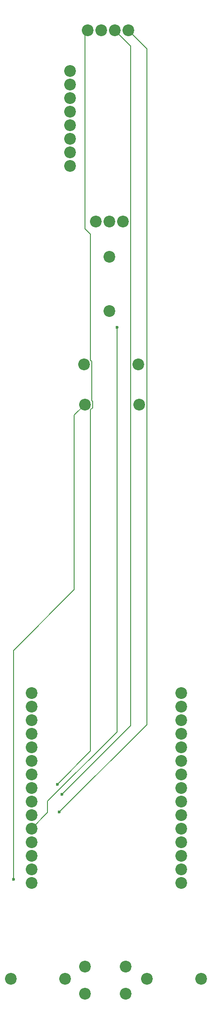
<source format=gbr>
%TF.GenerationSoftware,KiCad,Pcbnew,9.0.4*%
%TF.CreationDate,2025-11-10T20:34:51-07:00*%
%TF.ProjectId,ideaspark_esp_board,69646561-7370-4617-926b-5f6573705f62,rev?*%
%TF.SameCoordinates,Original*%
%TF.FileFunction,Copper,L2,Bot*%
%TF.FilePolarity,Positive*%
%FSLAX46Y46*%
G04 Gerber Fmt 4.6, Leading zero omitted, Abs format (unit mm)*
G04 Created by KiCad (PCBNEW 9.0.4) date 2025-11-10 20:34:51*
%MOMM*%
%LPD*%
G01*
G04 APERTURE LIST*
%TA.AperFunction,ComponentPad*%
%ADD10C,2.200000*%
%TD*%
%TA.AperFunction,ViaPad*%
%ADD11C,0.600000*%
%TD*%
%TA.AperFunction,Conductor*%
%ADD12C,0.200000*%
%TD*%
G04 APERTURE END LIST*
D10*
%TO.P,U3,30,GPIO23*%
%TO.N,unconnected-(U3-GPIO23-Pad30)*%
X34000000Y69280000D03*
%TO.P,U3,29,GPIO22*%
%TO.N,/SCL*%
X34000000Y66740000D03*
%TO.P,U3,28,GPIO1*%
%TO.N,unconnected-(U3-GPIO1-Pad28)*%
X34000000Y64200000D03*
%TO.P,U3,27,GPIO3*%
%TO.N,unconnected-(U3-GPIO3-Pad27)*%
X34000000Y61660000D03*
%TO.P,U3,26,GPI021*%
%TO.N,/SDA*%
X34000000Y59120000D03*
%TO.P,U3,25,GPIO19*%
%TO.N,unconnected-(U3-GPIO19-Pad25)*%
X34000000Y56580000D03*
%TO.P,U3,24,GPIO18*%
%TO.N,unconnected-(U3-GPIO18-Pad24)*%
X34000000Y54040000D03*
%TO.P,U3,23,GPIO5*%
%TO.N,unconnected-(U3-GPIO5-Pad23)*%
X34000000Y51500000D03*
%TO.P,U3,22,GPIO17*%
%TO.N,unconnected-(U3-GPIO17-Pad22)*%
X34000000Y48960000D03*
%TO.P,U3,21,GPIO16*%
%TO.N,unconnected-(U3-GPIO16-Pad21)*%
X34000000Y46420000D03*
%TO.P,U3,20,GPIO4*%
%TO.N,unconnected-(U3-GPIO4-Pad20)*%
X34000000Y43880000D03*
%TO.P,U3,19,GPIO2*%
%TO.N,unconnected-(U3-GPIO2-Pad19)*%
X34000000Y41340000D03*
%TO.P,U3,18,GPIO15*%
%TO.N,unconnected-(U3-GPIO15-Pad18)*%
X34000000Y38800000D03*
%TO.P,U3,17,GND*%
%TO.N,/GND*%
X34000000Y36260000D03*
%TO.P,U3,16,3.3V*%
%TO.N,unconnected-(U3-3.3V-Pad16)*%
X34000000Y33720000D03*
%TO.P,U3,15,ENABLE*%
%TO.N,unconnected-(U3-ENABLE-Pad15)*%
X6000000Y69280000D03*
%TO.P,U3,14,GPIX36*%
%TO.N,unconnected-(U3-GPIX36-Pad14)*%
X6000000Y66740000D03*
%TO.P,U3,13,GPIX39*%
%TO.N,unconnected-(U3-GPIX39-Pad13)*%
X6000000Y64200000D03*
%TO.P,U3,12,GPIX34*%
%TO.N,unconnected-(U3-GPIX34-Pad12)*%
X6000000Y61660000D03*
%TO.P,U3,11,GPIX35*%
%TO.N,unconnected-(U3-GPIX35-Pad11)*%
X6000000Y59120000D03*
%TO.P,U3,10,GPIO32*%
%TO.N,unconnected-(U3-GPIO32-Pad10)*%
X6000000Y56580000D03*
%TO.P,U3,9,GPIO33*%
%TO.N,/button*%
X6000000Y54040000D03*
%TO.P,U3,8,GPIO25*%
%TO.N,/RED*%
X6000000Y51500000D03*
%TO.P,U3,7,GPIO26*%
%TO.N,/GREEN*%
X6000000Y48960000D03*
%TO.P,U3,6,GPIO27*%
%TO.N,/BLUE*%
X6000000Y46420000D03*
%TO.P,U3,5,GPI014*%
%TO.N,/motor_control*%
X6000000Y43880000D03*
%TO.P,U3,4,GPIO12*%
%TO.N,unconnected-(U3-GPIO12-Pad4)*%
X6000000Y41340000D03*
%TO.P,U3,3,GPIO13*%
%TO.N,unconnected-(U3-GPIO13-Pad3)*%
X6000000Y38800000D03*
%TO.P,U3,2,GND*%
%TO.N,/GND*%
X6000000Y36260000D03*
%TO.P,U3,1,Vin*%
%TO.N,/Power*%
X6000000Y33720000D03*
%TD*%
%TO.P,Power1,2,GND*%
%TO.N,/SwitchPowerJunction*%
X12280000Y15740000D03*
%TO.P,Power1,1,Vcc*%
%TO.N,/Power*%
X2120000Y15740000D03*
%TD*%
%TO.P,U2,4,mt2*%
%TO.N,unconnected-(U2-mt2-Pad4)*%
X23600000Y18040000D03*
%TO.P,U2,3,mt1*%
%TO.N,unconnected-(U2-mt1-Pad3)*%
X23600000Y12960000D03*
%TO.P,U2,2,GND*%
%TO.N,/GND*%
X15980000Y18040000D03*
%TO.P,U2,1,signal*%
%TO.N,/button*%
X15980000Y12960000D03*
%TD*%
%TO.P,LED_ABGR1,1,A*%
%TO.N,/GND*%
X19000000Y193400000D03*
%TO.P,LED_ABGR1,2,BK*%
%TO.N,/BLUE*%
X24080000Y193400000D03*
%TO.P,LED_ABGR1,3,GK*%
%TO.N,/GREEN*%
X21540000Y193400000D03*
%TO.P,LED_ABGR1,4,RK*%
%TO.N,/RED*%
X16460000Y193400000D03*
%TD*%
%TO.P,Q1,B,B*%
%TO.N,/base_resistor*%
X20600000Y157600000D03*
%TO.P,Q1,C,C*%
%TO.N,/motor_ground*%
X18060000Y157600000D03*
%TO.P,Q1,E,E*%
%TO.N,/GND*%
X23140000Y157600000D03*
%TD*%
%TO.P,Motor_DC1,1,+*%
%TO.N,/Power*%
X16000000Y123300000D03*
%TO.P,Motor_DC1,2,-*%
%TO.N,/motor_ground*%
X26160000Y123300000D03*
%TD*%
%TO.P,Switch1,1,Vcc*%
%TO.N,/SwitchPowerJunction*%
X27600000Y15800000D03*
%TO.P,Switch1,2,GND*%
%TO.N,/GND*%
X37760000Y15800000D03*
%TD*%
%TO.P,base_resistor1,1*%
%TO.N,/motor_control*%
X20600000Y140840000D03*
%TO.P,base_resistor1,2*%
%TO.N,/base_resistor*%
X20600000Y151000000D03*
%TD*%
%TO.P,Flyback1,1,K*%
%TO.N,/motor_ground*%
X26000000Y130800000D03*
%TO.P,Flyback1,2,A*%
%TO.N,/Power*%
X15840000Y130800000D03*
%TD*%
%TO.P,LED_ARGB1,1,Vcc*%
%TO.N,/Power*%
X13200000Y185740000D03*
%TO.P,LED_ARGB1,2,Gnd*%
%TO.N,/GND*%
X13200000Y183200000D03*
%TO.P,LED_ARGB1,3,SCL*%
%TO.N,/SCL*%
X13200000Y180660000D03*
%TO.P,LED_ARGB1,4,SDA*%
%TO.N,/SDA*%
X13200000Y178120000D03*
%TO.P,LED_ARGB1,5,XDA*%
%TO.N,unconnected-(LED_ARGB1-XDA-Pad5)*%
X13200000Y175580000D03*
%TO.P,LED_ARGB1,6,XCL*%
%TO.N,unconnected-(LED_ARGB1-XCL-Pad6)*%
X13200000Y173040000D03*
%TO.P,LED_ARGB1,7,ADO*%
%TO.N,unconnected-(LED_ARGB1-ADO-Pad7)*%
X13200000Y170500000D03*
%TO.P,LED_ARGB1,8,INT*%
%TO.N,unconnected-(LED_ARGB1-INT-Pad8)*%
X13200000Y167960000D03*
%TD*%
D11*
%TO.N,/motor_control*%
X22000000Y137800000D03*
%TO.N,/BLUE*%
X11200000Y47000000D03*
%TO.N,/GREEN*%
X11700000Y50300000D03*
%TO.N,/RED*%
X10800000Y52200000D03*
%TO.N,/Power*%
X2600000Y34400000D03*
%TD*%
D12*
%TO.N,/GREEN*%
X24541000Y190399000D02*
X21540000Y193400000D01*
X24541000Y63141000D02*
X24541000Y190399000D01*
X11700000Y50300000D02*
X24541000Y63141000D01*
%TO.N,/motor_control*%
X9000000Y46880000D02*
X6000000Y43880000D01*
X9000000Y49000000D02*
X9000000Y46880000D01*
X22000000Y62000000D02*
X9000000Y49000000D01*
X22000000Y137800000D02*
X22000000Y62000000D01*
%TO.N,/RED*%
X16000000Y192940000D02*
X16460000Y193400000D01*
X16000000Y156200000D02*
X16000000Y192940000D01*
X17000000Y155200000D02*
X16000000Y156200000D01*
X17241000Y131380314D02*
X17000000Y131621314D01*
X17000000Y131621314D02*
X17000000Y155200000D01*
X17401000Y122719686D02*
X17401000Y123880314D01*
X17241000Y124040314D02*
X17241000Y131380314D01*
X17000000Y122318686D02*
X17401000Y122719686D01*
X17000000Y58400000D02*
X17000000Y122318686D01*
X10800000Y52200000D02*
X17000000Y58400000D01*
X17401000Y123880314D02*
X17241000Y124040314D01*
%TO.N,/BLUE*%
X27561000Y189919000D02*
X24080000Y193400000D01*
X27561000Y63361000D02*
X27561000Y189919000D01*
X11200000Y47000000D02*
X27561000Y63361000D01*
%TO.N,/Power*%
X14000000Y121300000D02*
X16000000Y123300000D01*
X14000000Y88650058D02*
X14000000Y121300000D01*
X2600000Y77250058D02*
X14000000Y88650058D01*
X2600000Y34400000D02*
X2600000Y77250058D01*
%TD*%
M02*

</source>
